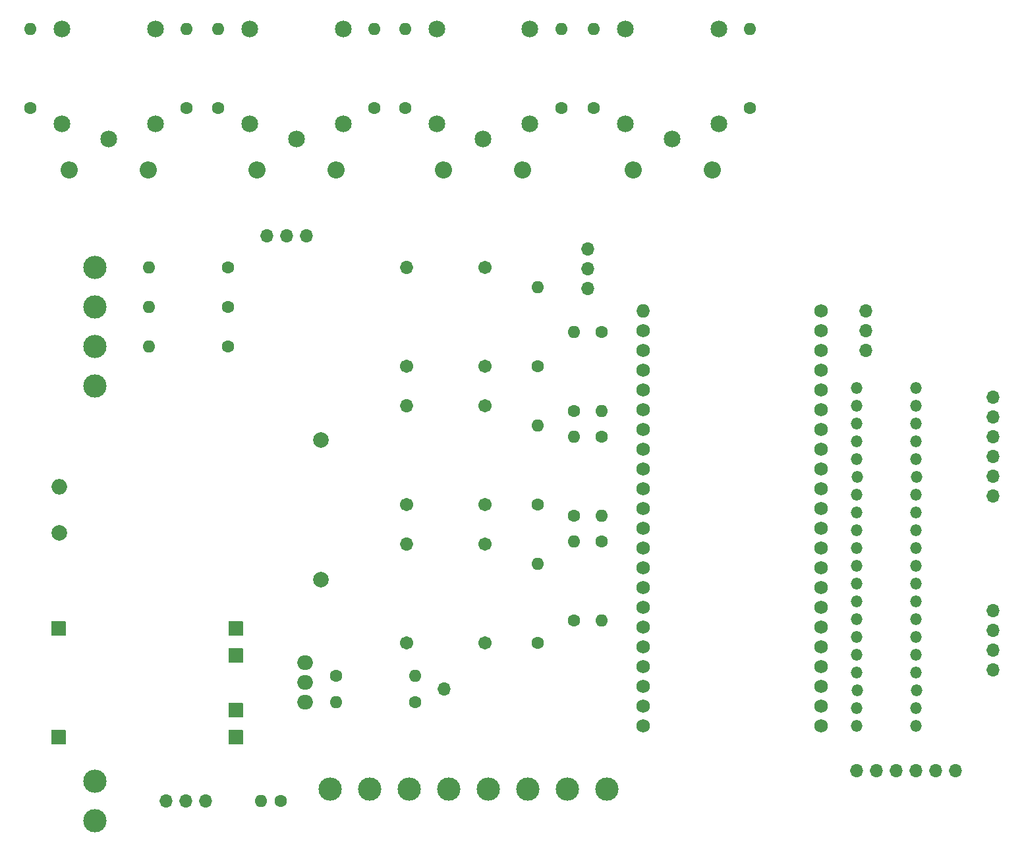
<source format=gbr>
%TF.GenerationSoftware,KiCad,Pcbnew,7.0.10*%
%TF.CreationDate,2024-04-01T07:54:27-03:00*%
%TF.ProjectId,board,626f6172-642e-46b6-9963-61645f706362,1.5*%
%TF.SameCoordinates,Original*%
%TF.FileFunction,Soldermask,Bot*%
%TF.FilePolarity,Negative*%
%FSLAX46Y46*%
G04 Gerber Fmt 4.6, Leading zero omitted, Abs format (unit mm)*
G04 Created by KiCad (PCBNEW 7.0.10) date 2024-04-01 07:54:27*
%MOMM*%
%LPD*%
G01*
G04 APERTURE LIST*
G04 Aperture macros list*
%AMRoundRect*
0 Rectangle with rounded corners*
0 $1 Rounding radius*
0 $2 $3 $4 $5 $6 $7 $8 $9 X,Y pos of 4 corners*
0 Add a 4 corners polygon primitive as box body*
4,1,4,$2,$3,$4,$5,$6,$7,$8,$9,$2,$3,0*
0 Add four circle primitives for the rounded corners*
1,1,$1+$1,$2,$3*
1,1,$1+$1,$4,$5*
1,1,$1+$1,$6,$7*
1,1,$1+$1,$8,$9*
0 Add four rect primitives between the rounded corners*
20,1,$1+$1,$2,$3,$4,$5,0*
20,1,$1+$1,$4,$5,$6,$7,0*
20,1,$1+$1,$6,$7,$8,$9,0*
20,1,$1+$1,$8,$9,$2,$3,0*%
G04 Aperture macros list end*
%ADD10C,1.600000*%
%ADD11O,1.600000X1.600000*%
%ADD12O,3.000000X3.000000*%
%ADD13C,3.000000*%
%ADD14C,2.154000*%
%ADD15O,1.700000X1.700000*%
%ADD16O,1.500000X1.500000*%
%ADD17O,1.712000X1.712000*%
%ADD18C,1.712000*%
%ADD19RoundRect,0.102000X-0.838200X-0.838200X0.838200X-0.838200X0.838200X0.838200X-0.838200X0.838200X0*%
%ADD20O,2.000000X2.000000*%
%ADD21C,2.000000*%
%ADD22O,2.200000X2.200000*%
%ADD23O,1.734000X1.734000*%
%ADD24C,1.734000*%
%ADD25O,2.000000X1.905000*%
G04 APERTURE END LIST*
D10*
%TO.C,R21*%
X150489400Y-48690400D03*
D11*
X150489400Y-38530400D03*
%TD*%
D12*
%TO.C,J6*%
X130931400Y-136297400D03*
D13*
X136011400Y-136297400D03*
%TD*%
D14*
%TO.C,K2*%
X110453400Y-50730400D03*
X122453400Y-50730400D03*
X116453400Y-52730400D03*
X110453400Y-38530400D03*
X122453400Y-38530400D03*
%TD*%
D10*
%TO.C,R15*%
X82290400Y-48690400D03*
D11*
X82290400Y-38530400D03*
%TD*%
D14*
%TO.C,K4*%
X158744400Y-50730400D03*
X170744400Y-50730400D03*
X164744400Y-52730400D03*
X158744400Y-38530400D03*
X170744400Y-38530400D03*
%TD*%
D15*
%TO.C,P1*%
X189605400Y-79909400D03*
X189605400Y-77369400D03*
X189605400Y-74829400D03*
%TD*%
D10*
%TO.C,R10*%
X152140400Y-101118400D03*
D11*
X152140400Y-90958400D03*
%TD*%
D10*
%TO.C,R22*%
X174746400Y-48690400D03*
D11*
X174746400Y-38530400D03*
%TD*%
D10*
%TO.C,R5*%
X107690400Y-79401400D03*
D11*
X97530400Y-79401400D03*
%TD*%
D16*
%TO.C,DZ5*%
X188462400Y-93879400D03*
X196082400Y-93879400D03*
%TD*%
D17*
%TO.C,T1*%
X130630400Y-69241400D03*
D18*
X130630400Y-81941400D03*
X140630400Y-81941400D03*
X140630400Y-69241400D03*
%TD*%
D10*
%TO.C,R8*%
X147441400Y-117501400D03*
D11*
X147441400Y-107341400D03*
%TD*%
D19*
%TO.C,U1*%
X108665400Y-119081400D03*
X108665400Y-126081400D03*
X85915400Y-115581400D03*
X85915400Y-129581400D03*
X108665400Y-115581400D03*
X108665400Y-129581400D03*
%TD*%
D15*
%TO.C,P3*%
X205988400Y-113310400D03*
X205988400Y-115850400D03*
X205988400Y-118390400D03*
X205988400Y-120930400D03*
%TD*%
D10*
%TO.C,R20*%
X126486400Y-48690400D03*
D11*
X126486400Y-38530400D03*
%TD*%
D16*
%TO.C,DZ13*%
X188462400Y-112167400D03*
X196082400Y-112167400D03*
%TD*%
%TO.C,DZ4*%
X196082400Y-91593400D03*
X188462400Y-91593400D03*
%TD*%
D15*
%TO.C,P2*%
X135452600Y-123394200D03*
%TD*%
D16*
%TO.C,DZ9*%
X188462400Y-103023400D03*
X196082400Y-103023400D03*
%TD*%
%TO.C,DZ1*%
X188457400Y-84735400D03*
X196077400Y-84735400D03*
%TD*%
D10*
%TO.C,R11*%
X152140400Y-114580400D03*
D11*
X152140400Y-104420400D03*
%TD*%
%TO.C,C1*%
X111921400Y-137821400D03*
D10*
X114421400Y-137821400D03*
%TD*%
D16*
%TO.C,DZ12*%
X196082400Y-109881400D03*
X188462400Y-109881400D03*
%TD*%
D10*
%TO.C,R19*%
X102356400Y-48690400D03*
D11*
X102356400Y-38530400D03*
%TD*%
D10*
%TO.C,R1*%
X121533400Y-121692400D03*
D11*
X131693400Y-121692400D03*
%TD*%
D15*
%TO.C,SW3*%
X112643400Y-65177400D03*
X115183400Y-65177400D03*
X117723400Y-65177400D03*
%TD*%
D12*
%TO.C,J3*%
X90545400Y-69241400D03*
D13*
X90545400Y-74321400D03*
%TD*%
D10*
%TO.C,R2*%
X131693400Y-125121400D03*
D11*
X121533400Y-125121400D03*
%TD*%
D16*
%TO.C,DZ8*%
X196082400Y-100737400D03*
X188462400Y-100737400D03*
%TD*%
D10*
%TO.C,R9*%
X152140400Y-87656400D03*
D11*
X152140400Y-77496400D03*
%TD*%
D16*
%TO.C,DZ3*%
X188457400Y-89307400D03*
X196077400Y-89307400D03*
%TD*%
D17*
%TO.C,T2*%
X130630400Y-87021400D03*
D18*
X130630400Y-99721400D03*
X140630400Y-99721400D03*
X140630400Y-87021400D03*
%TD*%
D16*
%TO.C,DZ17*%
X188457400Y-121311400D03*
X196077400Y-121311400D03*
%TD*%
D15*
%TO.C,SW2*%
X153918400Y-71908400D03*
X153918400Y-69368400D03*
X153918400Y-66828400D03*
%TD*%
D20*
%TO.C,PS1*%
X85947900Y-97356400D03*
D21*
X85947900Y-103356400D03*
X119547900Y-91356400D03*
X119547900Y-109356400D03*
%TD*%
D16*
%TO.C,DZ14*%
X196082400Y-114453400D03*
X188462400Y-114453400D03*
%TD*%
%TO.C,DZ2*%
X196082400Y-87021400D03*
X188462400Y-87021400D03*
%TD*%
%TO.C,DZ19*%
X188462400Y-125883400D03*
X196082400Y-125883400D03*
%TD*%
D12*
%TO.C,J4*%
X151251400Y-136297400D03*
D13*
X156331400Y-136297400D03*
%TD*%
D22*
%TO.C,D4*%
X159760400Y-56668400D03*
X169920400Y-56668400D03*
%TD*%
D10*
%TO.C,R3*%
X107690400Y-69241400D03*
D11*
X97530400Y-69241400D03*
%TD*%
D16*
%TO.C,DZ11*%
X188462400Y-107595400D03*
X196082400Y-107595400D03*
%TD*%
%TO.C,DZ7*%
X188462400Y-98451400D03*
X196082400Y-98451400D03*
%TD*%
D22*
%TO.C,D2*%
X111373400Y-56668400D03*
X121533400Y-56668400D03*
%TD*%
D12*
%TO.C,J7*%
X120771400Y-136297400D03*
D13*
X125851400Y-136297400D03*
%TD*%
D22*
%TO.C,D3*%
X135376400Y-56668400D03*
X145536400Y-56668400D03*
%TD*%
D10*
%TO.C,R7*%
X147441400Y-99721400D03*
D11*
X147441400Y-89561400D03*
%TD*%
D14*
%TO.C,K1*%
X86323400Y-50730400D03*
X98323400Y-50730400D03*
X92323400Y-52730400D03*
X86323400Y-38530400D03*
X98323400Y-38530400D03*
%TD*%
D10*
%TO.C,R12*%
X155696400Y-104420400D03*
D11*
X155696400Y-114580400D03*
%TD*%
D16*
%TO.C,DZ16*%
X196082400Y-119025400D03*
X188462400Y-119025400D03*
%TD*%
%TO.C,DZ18*%
X196087400Y-123597400D03*
X188467400Y-123597400D03*
%TD*%
D10*
%TO.C,R17*%
X130423400Y-48690400D03*
D11*
X130423400Y-38530400D03*
%TD*%
D10*
%TO.C,R13*%
X155696400Y-90958400D03*
D11*
X155696400Y-101118400D03*
%TD*%
D10*
%TO.C,R4*%
X107690400Y-74321400D03*
D11*
X97530400Y-74321400D03*
%TD*%
D10*
%TO.C,R14*%
X155696400Y-77496400D03*
D11*
X155696400Y-87656400D03*
%TD*%
D12*
%TO.C,J2*%
X90545400Y-79401400D03*
D13*
X90545400Y-84481400D03*
%TD*%
D15*
%TO.C,P4*%
X205988400Y-85878400D03*
X205988400Y-88418400D03*
X205988400Y-90958400D03*
X205988400Y-93498400D03*
X205988400Y-96038400D03*
X205988400Y-98578400D03*
%TD*%
D16*
%TO.C,DZ6*%
X196087400Y-96165400D03*
X188467400Y-96165400D03*
%TD*%
%TO.C,DZ10*%
X196082400Y-105309400D03*
X188462400Y-105309400D03*
%TD*%
%TO.C,DZ20*%
X196082400Y-128169400D03*
X188462400Y-128169400D03*
%TD*%
D23*
%TO.C,MCU1*%
X161030400Y-74829400D03*
D24*
X161030400Y-77369400D03*
X161030400Y-79909400D03*
X161030400Y-82449400D03*
X161030400Y-84989400D03*
X161030400Y-87529400D03*
X161030400Y-90069400D03*
X161030400Y-92609400D03*
X161030400Y-95149400D03*
X161030400Y-97689400D03*
X161030400Y-100229400D03*
X161030400Y-102769400D03*
X161030400Y-105309400D03*
X161030400Y-107849400D03*
X161030400Y-110389400D03*
X161030400Y-112929400D03*
X161030400Y-115469400D03*
X161030400Y-118009400D03*
X161030400Y-120549400D03*
X161030400Y-123089400D03*
X161030400Y-125629400D03*
X161030400Y-128169400D03*
X183890400Y-74829400D03*
X183890400Y-77369400D03*
X183890400Y-79909400D03*
X183890400Y-82449400D03*
X183890400Y-84989400D03*
X183890400Y-87529400D03*
X183890400Y-90069400D03*
X183890400Y-92609400D03*
X183890400Y-95149400D03*
X183890400Y-97689400D03*
X183890400Y-100229400D03*
X183890400Y-102769400D03*
X183890400Y-105309400D03*
X183890400Y-107849400D03*
X183890400Y-110389400D03*
X183890400Y-112929400D03*
X183890400Y-115469400D03*
X183890400Y-118009400D03*
X183890400Y-120549400D03*
X183890400Y-123089400D03*
X183890400Y-125629400D03*
X183890400Y-128169400D03*
%TD*%
D10*
%TO.C,R18*%
X154680400Y-48690400D03*
D11*
X154680400Y-38530400D03*
%TD*%
D12*
%TO.C,J5*%
X141091400Y-136297400D03*
D13*
X146171400Y-136297400D03*
%TD*%
D17*
%TO.C,T3*%
X130630400Y-104801400D03*
D18*
X130630400Y-117501400D03*
X140630400Y-117501400D03*
X140630400Y-104801400D03*
%TD*%
D22*
%TO.C,D1*%
X87243400Y-56668400D03*
X97403400Y-56668400D03*
%TD*%
D12*
%TO.C,J1*%
X90545400Y-135281400D03*
D13*
X90545400Y-140361400D03*
%TD*%
D15*
%TO.C,SW1*%
X99689400Y-137821400D03*
X102229400Y-137821400D03*
X104769400Y-137821400D03*
%TD*%
D25*
%TO.C,U2*%
X117525400Y-125121400D03*
X117525400Y-122581400D03*
X117525400Y-120041400D03*
%TD*%
D16*
%TO.C,DZ15*%
X188462400Y-116739400D03*
X196082400Y-116739400D03*
%TD*%
D10*
%TO.C,R16*%
X106420400Y-48690400D03*
D11*
X106420400Y-38530400D03*
%TD*%
D14*
%TO.C,K3*%
X134456400Y-50730400D03*
X146456400Y-50730400D03*
X140456400Y-52730400D03*
X134456400Y-38530400D03*
X146456400Y-38530400D03*
%TD*%
D10*
%TO.C,R6*%
X147441400Y-81941400D03*
D11*
X147441400Y-71781400D03*
%TD*%
D15*
%TO.C,P5*%
X188462400Y-133884400D03*
X191002400Y-133884400D03*
X193542400Y-133884400D03*
X196082400Y-133884400D03*
X198622400Y-133884400D03*
X201162400Y-133884400D03*
%TD*%
M02*

</source>
